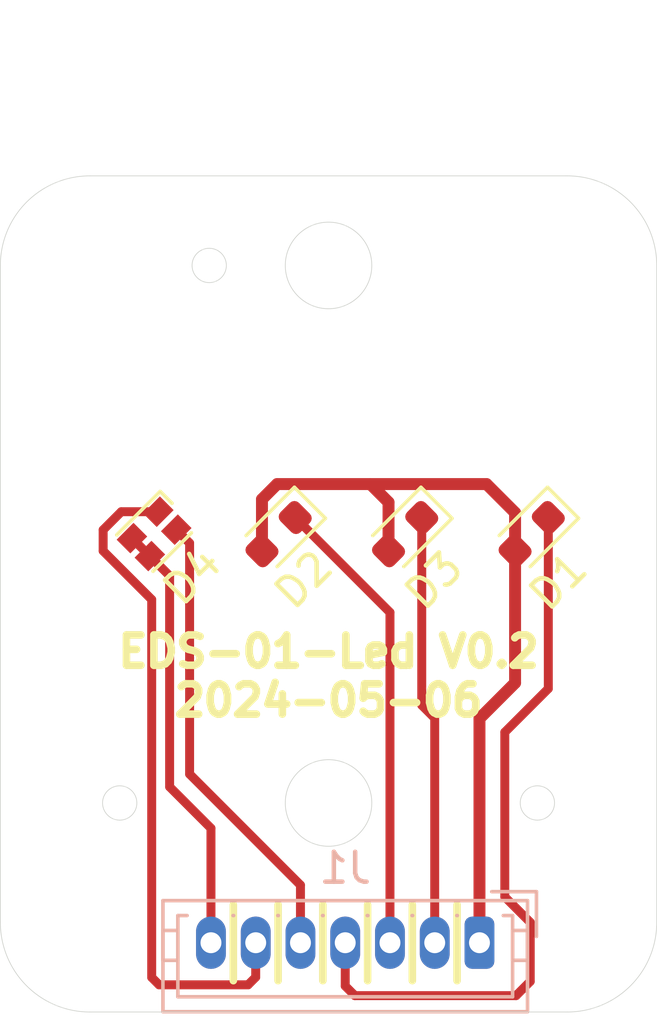
<source format=kicad_pcb>
(kicad_pcb (version 20240108) (generator "pcbnew") (generator_version "8.0")
  (title_block (title "EDS-01-LED") (date "2024-05-06") (rev "V0.2") (company "Ovobot") (comment 1 "EDS-01-LED,22x28x1.6mm ,FR4,2层,绿油白字,无铅喷锡"))
  (layers (0 "F.Cu" signal) (31 "B.Cu" signal) (34 "B.Paste" user) (35 "F.Paste" user) (36 "B.SilkS" user "B.Silkscreen") (37 "F.SilkS" user "F.Silkscreen") (38 "B.Mask" user) (39 "F.Mask" user) (44 "Edge.Cuts" user))
  (net 0 "")
  (net 1 "Net-(D1-Pad1)")
  (net 2 "+3V3")
  (net 3 "Net-(D2-Pad1)")
  (net 4 "Net-(D3-Pad1)")
  (net 5 "Net-(D4-Pad1)")
  (net 6 "Net-(D4-Pad2)")
  (net 7 "Net-(D4-Pad4)")
  (footprint "Ovo_LED_SMD:LED_Dual_1.6x1.5mm" (layer "F.Cu") (at 141.040338 93.080021 45)
    (property "Reference" "D4" (at -0.093421 1.897762 45) (layer "F.SilkS"))
    (property "Value" "LED_Dual_Orange_Green_AKAK")
    (fp_line (start -0.91 -0.86) (end 1.15 -0.86) (stroke (width 0.12)) (layer "F.SilkS"))
    (fp_line (start -0.91 0.86) (end 0.91 0.86) (stroke (width 0.12)) (layer "F.SilkS"))
    (fp_line (start 1.15 -0.86) (end 1.15 -0.3) (stroke (width 0.12)) (layer "F.SilkS"))
    (pad "1" smd rect (at -0.625 0.425 45) (size 0.8 0.65) (layers "F.Cu" "F.Paste" "F.Mask") (net 5 "Net-(D4-Pad1)"))
    (pad "2" smd rect (at 0.625 0.425 45) (size 0.8 0.65) (layers "F.Cu" "F.Paste" "F.Mask") (net 6 "Net-(D4-Pad2)"))
    (pad "3" smd rect (at -0.625 -0.425 45) (size 0.8 0.65) (layers "F.Cu" "F.Paste" "F.Mask") (net 5 "Net-(D4-Pad1)"))
    (pad "4" smd rect (at 0.625 -0.425 45) (size 0.8 0.65) (layers "F.Cu" "F.Paste" "F.Mask") (net 7 "Net-(D4-Pad4)"))
  )
  (footprint "LED_SMD:LED_0603_1608Metric" (layer "F.Cu") (at 149.455553 93.089047 -135)
    (property "Reference" "D3" (at 0.415854 -1.778091 45) (layer "F.SilkS"))
    (property "Value" "RED")
    (fp_line (start 0.8 -0.735) (end -1.485 -0.735) (stroke (width 0.12)) (layer "F.SilkS"))
    (fp_line (start -1.485 0.735) (end 0.8 0.735) (stroke (width 0.12)) (layer "F.SilkS"))
    (fp_line (start -1.485 -0.735) (end -1.485 0.735) (stroke (width 0.12)) (layer "F.SilkS"))
    (pad "1" smd roundrect (at -0.787501 0 225) (size 0.875 0.95) (layers "F.Cu" "F.Paste" "F.Mask") (net 4 "Net-(D3-Pad1)"))
    (pad "2" smd roundrect (at 0.787501 0 225) (size 0.875 0.95) (layers "F.Cu" "F.Paste" "F.Mask") (net 2 "+3V3"))
  )
  (footprint "LED_SMD:LED_0603_1608Metric" (layer "F.Cu") (at 153.697353 93.089047 -135)
    (property "Reference" "D1" (at 0.487696 -1.74217 45) (layer "F.SilkS"))
    (property "Value" "WHITE")
    (fp_line (start 0.8 -0.735) (end -1.485 -0.735) (stroke (width 0.12)) (layer "F.SilkS"))
    (fp_line (start -1.485 0.735) (end 0.8 0.735) (stroke (width 0.12)) (layer "F.SilkS"))
    (fp_line (start -1.485 -0.735) (end -1.485 0.735) (stroke (width 0.12)) (layer "F.SilkS"))
    (pad "1" smd roundrect (at -0.787501 0 225) (size 0.875 0.95) (layers "F.Cu" "F.Paste" "F.Mask") (net 1 "Net-(D1-Pad1)"))
    (pad "2" smd roundrect (at 0.787501 0 225) (size 0.875 0.95) (layers "F.Cu" "F.Paste" "F.Mask") (net 2 "+3V3"))
  )
  (footprint "LED_SMD:LED_0603_1608Metric" (layer "F.Cu") (at 145.213753 93.089047 -135)
    (property "Reference" "D2" (at 0.487696 -1.670328 45) (layer "F.SilkS"))
    (property "Value" "BLUE")
    (fp_line (start 0.8 -0.735) (end -1.485 -0.735) (stroke (width 0.12)) (layer "F.SilkS"))
    (fp_line (start -1.485 0.735) (end 0.8 0.735) (stroke (width 0.12)) (layer "F.SilkS"))
    (fp_line (start -1.485 -0.735) (end -1.485 0.735) (stroke (width 0.12)) (layer "F.SilkS"))
    (pad "1" smd roundrect (at -0.787501 0 225) (size 0.875 0.95) (layers "F.Cu" "F.Paste" "F.Mask") (net 3 "Net-(D2-Pad1)"))
    (pad "2" smd roundrect (at 0.787501 0 225) (size 0.875 0.95) (layers "F.Cu" "F.Paste" "F.Mask") (net 2 "+3V3"))
  )
  (footprint "Ovo_Connector_JST:JST_ZH_B07B-ZR_1x07_P1.50mm_Vertical" (layer "B.Cu") (at 151.947 106.7708 180)
    (property "Reference" "J1" (at 4.5 2.5 0) (layer "B.SilkS") (effects (justify mirror)))
    (property "Value" "ZH1.5MM/7A")
    (fp_line (start 10.61 1.41) (end 10.61 -2.31) (stroke (width 0.12)) (layer "B.SilkS"))
    (fp_line (start 10.61 0.41) (end 10.11 0.41) (stroke (width 0.12)) (layer "B.SilkS"))
    (fp_line (start 10.61 -0.59) (end 10.61 0.41) (stroke (width 0.12)) (layer "B.SilkS"))
    (fp_line (start 10.61 -2.31) (end -1.61 -2.31) (stroke (width 0.12)) (layer "B.SilkS"))
    (fp_line (start 10.11 0.91) (end 10.11 -1.81) (stroke (width 0.12)) (layer "B.SilkS"))
    (fp_line (start 10.11 0.41) (end 10.11 -0.59) (stroke (width 0.12)) (layer "B.SilkS"))
    (fp_line (start 10.11 -0.59) (end 10.61 -0.59) (stroke (width 0.12)) (layer "B.SilkS"))
    (fp_line (start 10.11 -1.81) (end -1.11 -1.81) (stroke (width 0.12)) (layer "B.SilkS"))
    (fp_line (start 9.8 0.91) (end 10.11 0.91) (stroke (width 0.12)) (layer "B.SilkS"))
    (fp_line (start 8.24 0.91) (end 8.26 0.91) (stroke (width 0.12)) (layer "B.SilkS"))
    (fp_line (start 6.74 0.91) (end 6.76 0.91) (stroke (width 0.12)) (layer "B.SilkS"))
    (fp_line (start 5.24 0.91) (end 5.26 0.91) (stroke (width 0.12)) (layer "B.SilkS"))
    (fp_line (start 3.74 0.91) (end 3.76 0.91) (stroke (width 0.12)) (layer "B.SilkS"))
    (fp_line (start 2.24 0.91) (end 2.26 0.91) (stroke (width 0.12)) (layer "B.SilkS"))
    (fp_line (start 0.74 0.91) (end 0.76 0.91) (stroke (width 0.12)) (layer "B.SilkS"))
    (fp_line (start -0.41 1.71) (end -1.91 1.71) (stroke (width 0.12)) (layer "B.SilkS"))
    (fp_line (start -1.11 0.91) (end -0.8 0.91) (stroke (width 0.12)) (layer "B.SilkS"))
    (fp_line (start -1.11 0.41) (end -1.11 -0.59) (stroke (width 0.12)) (layer "B.SilkS"))
    (fp_line (start -1.11 -0.59) (end -1.61 -0.59) (stroke (width 0.12)) (layer "B.SilkS"))
    (fp_line (start -1.11 -1.81) (end -1.11 0.91) (stroke (width 0.12)) (layer "B.SilkS"))
    (fp_line (start -1.61 1.41) (end 10.61 1.41) (stroke (width 0.12)) (layer "B.SilkS"))
    (fp_line (start -1.61 0.41) (end -1.11 0.41) (stroke (width 0.12)) (layer "B.SilkS"))
    (fp_line (start -1.61 -0.59) (end -1.61 0.41) (stroke (width 0.12)) (layer "B.SilkS"))
    (fp_line (start -1.61 -2.31) (end -1.61 1.41) (stroke (width 0.12)) (layer "B.SilkS"))
    (fp_line (start -1.91 1.71) (end -1.91 0.21) (stroke (width 0.12)) (layer "B.SilkS"))
    (fp_line (start 8.25 -1.27) (end 8.25 1.27) (stroke (width 0.254)) (layer "F.SilkS"))
    (fp_line (start 6.75 -1.27) (end 6.75 1.27) (stroke (width 0.254)) (layer "F.SilkS"))
    (fp_line (start 5.25 -1.27) (end 5.25 1.27) (stroke (width 0.254)) (layer "F.SilkS"))
    (fp_line (start 3.75 -1.27) (end 3.75 1.27) (stroke (width 0.254)) (layer "F.SilkS"))
    (fp_line (start 2.25 -1.27) (end 2.25 1.27) (stroke (width 0.254)) (layer "F.SilkS"))
    (fp_line (start 0.75 -1.27) (end 0.75 1.27) (stroke (width 0.254)) (layer "F.SilkS"))
    (pad "1" thru_hole roundrect (at 0 0 180) (size 1 1.75) (drill 0.7) (layers "*.Cu" "*.Mask") (net 2 "+3V3"))
    (pad "2" thru_hole oval (at 1.5 0 180) (size 1 1.75) (drill 0.7) (layers "*.Cu" "*.Mask") (net 4 "Net-(D3-Pad1)"))
    (pad "3" thru_hole oval (at 3 0 180) (size 1 1.75) (drill 0.7) (layers "*.Cu" "*.Mask") (net 3 "Net-(D2-Pad1)"))
    (pad "4" thru_hole oval (at 4.5 0 180) (size 1 1.75) (drill 0.7) (layers "*.Cu" "*.Mask") (net 1 "Net-(D1-Pad1)"))
    (pad "5" thru_hole oval (at 6 0 180) (size 1 1.75) (drill 0.7) (layers "*.Cu" "*.Mask") (net 6 "Net-(D4-Pad2)"))
    (pad "6" thru_hole oval (at 7.5 0 180) (size 1 1.75) (drill 0.7) (layers "*.Cu" "*.Mask") (net 7 "Net-(D4-Pad4)"))
    (pad "7" thru_hole oval (at 9 0 180) (size 1 1.75) (drill 0.7) (layers "*.Cu" "*.Mask") (net 5 "Net-(D4-Pad1)"))
  )
  (gr_arc (start 154.8882 81.091) (mid 157.009521 81.96968) (end 157.8882 84.091) (stroke (width 0.025)) (layer "Edge.Cuts"))
  (gr_circle (center 139.8882 102.091) (end 140.4632 102.091) (stroke (width 0.025)) (fill none) (layer "Edge.Cuts"))
  (gr_line (start 157.8882 84.091) (end 157.8882 106.091) (stroke (width 0.025)) (layer "Edge.Cuts"))
  (gr_line (start 138.8882 81.091) (end 154.8882 81.091) (stroke (width 0.025)) (layer "Edge.Cuts"))
  (gr_circle (center 146.8882 102.091) (end 148.3382 102.091) (stroke (width 0.025)) (fill none) (layer "Edge.Cuts"))
  (gr_arc (start 157.8882 106.091) (mid 157.00952 108.21232) (end 154.8882 109.091) (stroke (width 0.025)) (layer "Edge.Cuts"))
  (gr_circle (center 146.8882 84.091) (end 148.3382 84.091) (stroke (width 0.025)) (fill none) (layer "Edge.Cuts"))
  (gr_line (start 135.8882 106.088) (end 135.8882 84.091) (stroke (width 0.025)) (layer "Edge.Cuts"))
  (gr_circle (center 153.8882 102.091) (end 154.4632 102.091) (stroke (width 0.025)) (fill none) (layer "Edge.Cuts"))
  (gr_line (start 154.8882 109.091) (end 138.8882 109.091) (stroke (width 0.025)) (layer "Edge.Cuts"))
  (gr_circle (center 142.8882 84.091) (end 143.4632 84.091) (stroke (width 0.025)) (fill none) (layer "Edge.Cuts"))
  (gr_arc (start 138.8882 109.091) (mid 136.76688 108.21232) (end 135.8882 106.091) (stroke (width 0.025)) (layer "Edge.Cuts"))
  (gr_arc (start 135.8882 84.091) (mid 136.766878 81.969678) (end 138.8882 81.091) (stroke (width 0.025)) (layer "Edge.Cuts"))
  (gr_text "EDS-01-Led V0.2\n2024-05-06" (at 146.8882 97.8408 0) (layer "F.SilkS") (effects (font (size 1.016 1.016) (thickness 0.254))))
  (segment (start 153.648 108.068) (end 153.173 108.543) (width 0.3) (layer "F.Cu") (net 1))
  (segment (start 147.447 108.219) (end 147.447 106.7708) (width 0.3) (layer "F.Cu") (net 1))
  (segment (start 152.796 105.235) (end 153.648 106.087) (width 0.3) (layer "F.Cu") (net 1))
  (segment (start 154.2542 92.5322) (end 154.2542 98.2628) (width 0.3) (layer "F.Cu") (net 1))
  (segment (start 152.796 99.721) (end 152.796 105.235) (width 0.3) (layer "F.Cu") (net 1))
  (segment (start 147.771 108.543) (end 147.447 108.219) (width 0.3) (layer "F.Cu") (net 1))
  (segment (start 154.2542 98.2628) (end 152.796 99.721) (width 0.3) (layer "F.Cu") (net 1))
  (segment (start 153.173 108.543) (end 147.771 108.543) (width 0.3) (layer "F.Cu") (net 1))
  (segment (start 153.648 106.087) (end 153.648 108.068) (width 0.3) (layer "F.Cu") (net 1))
  (segment (start 144.656906 93.645894) (end 144.656906 91.920094) (width 0.4) (layer "F.Cu") (net 2))
  (segment (start 151.947 99.264) (end 153.140506 98.070494) (width 0.4) (layer "F.Cu") (net 2))
  (segment (start 153.140506 98.070494) (end 153.140506 93.645894) (width 0.4) (layer "F.Cu") (net 2))
  (segment (start 151.947 106.7708) (end 151.947 99.264) (width 0.4) (layer "F.Cu") (net 2))
  (segment (start 148.29 91.412) (end 148.898706 92.020706) (width 0.4) (layer "F.Cu") (net 2))
  (segment (start 152.183 91.412) (end 153.140506 92.369506) (width 0.4) (layer "F.Cu") (net 2))
  (segment (start 145.165 91.412) (end 152.183 91.412) (width 0.4) (layer "F.Cu") (net 2))
  (segment (start 148.898706 92.020706) (end 148.898706 93.645894) (width 0.4) (layer "F.Cu") (net 2))
  (segment (start 153.140506 92.369506) (end 153.140506 93.645894) (width 0.4) (layer "F.Cu") (net 2))
  (segment (start 144.656906 91.920094) (end 145.165 91.412) (width 0.4) (layer "F.Cu") (net 2))
  (segment (start 148.947 95.7086) (end 145.7706 92.5322) (width 0.3) (layer "F.Cu") (net 3))
  (segment (start 148.947 106.7708) (end 148.947 95.7086) (width 0.3) (layer "F.Cu") (net 3))
  (segment (start 150.447 99.251) (end 150.0124 98.8164) (width 0.3) (layer "F.Cu") (net 4))
  (segment (start 150.0124 98.8164) (end 150.0124 92.5322) (width 0.3) (layer "F.Cu") (net 4))
  (segment (start 150.447 106.7708) (end 150.447 99.251) (width 0.3) (layer "F.Cu") (net 4))
  (segment (start 140.297876 93.221442) (end 140.898917 93.822483) (width 0.3) (layer "F.Cu") (net 5))
  (segment (start 140.898917 93.822483) (end 141.561 94.484566) (width 0.3) (layer "F.Cu") (net 5))
  (segment (start 142.947 102.937) (end 142.947 106.7708) (width 0.3) (layer "F.Cu") (net 5))
  (segment (start 141.561 101.551) (end 142.947 102.937) (width 0.3) (layer "F.Cu") (net 5))
  (segment (start 141.561 94.484566) (end 141.561 101.551) (width 0.3) (layer "F.Cu") (net 5))
  (segment (start 142.231 93.3868) (end 141.7828 92.9386) (width 0.3) (layer "F.Cu") (net 6))
  (segment (start 145.947 104.84) (end 142.231 101.124) (width 0.3) (layer "F.Cu") (net 6))
  (segment (start 145.947 106.7708) (end 145.947 104.84) (width 0.3) (layer "F.Cu") (net 6))
  (segment (start 142.231 101.124) (end 142.231 93.3868) (width 0.3) (layer "F.Cu") (net 6))
  (segment (start 140.961 107.933) (end 141.209 108.181) (width 0.3) (layer "F.Cu") (net 7))
  (segment (start 140.961 95.279) (end 140.961 107.933) (width 0.3) (layer "F.Cu") (net 7))
  (segment (start 141.181759 92.337559) (end 139.941441 92.337559) (width 0.3) (layer "F.Cu") (net 7))
  (segment (start 139.941441 92.337559) (end 139.333 92.946) (width 0.3) (layer "F.Cu") (net 7))
  (segment (start 144.447 107.924) (end 144.447 106.7708) (width 0.3) (layer "F.Cu") (net 7))
  (segment (start 141.209 108.181) (end 144.19 108.181) (width 0.3) (layer "F.Cu") (net 7))
  (segment (start 144.19 108.181) (end 144.447 107.924) (width 0.3) (layer "F.Cu") (net 7))
  (segment (start 139.333 92.946) (end 139.333 93.651) (width 0.3) (layer "F.Cu") (net 7))
  (segment (start 139.333 93.651) (end 140.961 95.279) (width 0.3) (layer "F.Cu") (net 7))
)
</source>
